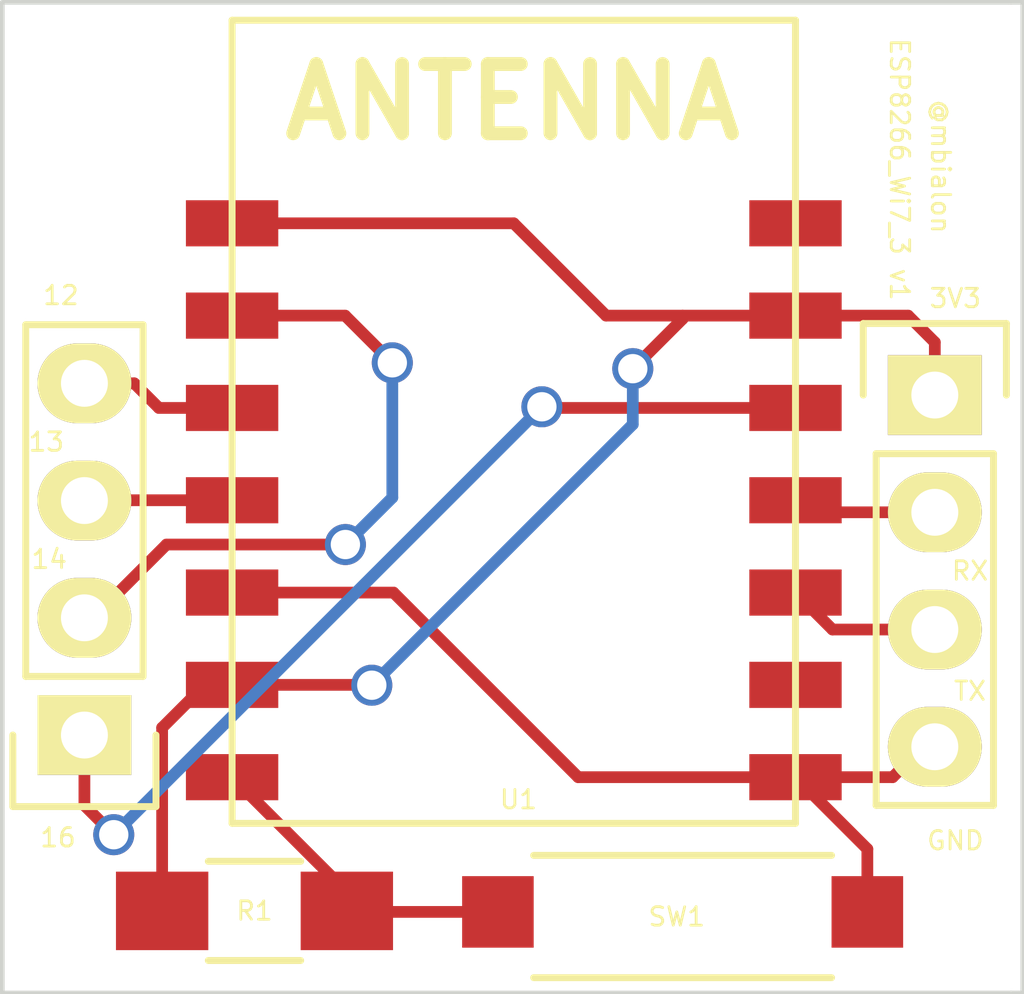
<source format=kicad_pcb>

(kicad_pcb
  (version 4)
  (host pcbnew "(2015-03-25 BZR 5536)-product")
  (general
    (links 15)
    (no_connects 0)
    (area 129.457667 74.736 158.197334 99.341)
    (thickness 1.6)
    (drawings 18)
    (tracks 60)
    (zones 0)
    (modules 5)
    (nets 12))
  (page A4)
  (layers
    (0 F.Cu signal)
    (31 B.Cu signal)
    (32 B.Adhes user hide)
    (33 F.Adhes user hide)
    (34 B.Paste user hide)
    (35 F.Paste user hide)
    (36 B.SilkS user)
    (37 F.SilkS user)
    (38 B.Mask user)
    (39 F.Mask user)
    (40 Dwgs.User user hide)
    (41 Cmts.User user hide)
    (42 Eco1.User user hide)
    (43 Eco2.User user hide)
    (44 Edge.Cuts user)
    (45 Margin user hide)
    (46 B.CrtYd user hide)
    (47 F.CrtYd user hide)
    (48 B.Fab user hide)
    (49 F.Fab user hide))
  (setup
    (last_trace_width 0.254)
    (trace_clearance 0.254)
    (zone_clearance 0.508)
    (zone_45_only no)
    (trace_min 0.254)
    (segment_width 0.2)
    (edge_width 0.1)
    (via_size 0.889)
    (via_drill 0.635)
    (via_min_size 0.889)
    (via_min_drill 0.508)
    (uvia_size 0.508)
    (uvia_drill 0.127)
    (uvias_allowed no)
    (uvia_min_size 0.508)
    (uvia_min_drill 0.127)
    (pcb_text_width 0.3)
    (pcb_text_size 1.5 1.5)
    (mod_edge_width 0.15)
    (mod_text_size 1 1)
    (mod_text_width 0.15)
    (pad_size 2.032 1.7272)
    (pad_drill 1.016)
    (pad_to_mask_clearance 0)
    (aux_axis_origin 0 0)
    (visible_elements FFFFFF7F)
    (pcbplotparams
      (layerselection 0x01030_80000001)
      (usegerberextensions false)
      (excludeedgelayer true)
      (linewidth 0.1)
      (plotframeref false)
      (viasonmask false)
      (mode 1)
      (useauxorigin false)
      (hpglpennumber 1)
      (hpglpenspeed 20)
      (hpglpendiameter 15)
      (hpglpenoverlay 2)
      (psnegative false)
      (psa4output false)
      (plotreference true)
      (plotvalue true)
      (plotinvisibletext false)
      (padsonsilk false)
      (subtractmaskfromsilk false)
      (outputformat 1)
      (mirror false)
      (drillshape 0)
      (scaleselection 1)
      (outputdirectory gerber/)))
  (net 0 "")
  (net 1 GPIO16)
  (net 2 GPIO14)
  (net 3 GPIO13)
  (net 4 GPIO12)
  (net 5 +3V3)
  (net 6 RX)
  (net 7 TX)
  (net 8 GND)
  (net 9 "Net-(R1-Pad2)")
  (net 10 "Net-(U1-Pad2)")
  (net 11 "Net-(U1-Pad7)")
  (net_class Default "This is the default net class."
    (clearance 0.254)
    (trace_width 0.254)
    (via_dia 0.889)
    (via_drill 0.635)
    (uvia_dia 0.508)
    (uvia_drill 0.127)
    (add_net +3V3)
    (add_net GND)
    (add_net GPIO12)
    (add_net GPIO13)
    (add_net GPIO14)
    (add_net GPIO16)
    (add_net "Net-(R1-Pad2)")
    (add_net "Net-(U1-Pad2)")
    (add_net "Net-(U1-Pad7)")
    (add_net RX)
    (add_net TX))
  (module Pin_Headers:Pin_Header_Straight_1x04
    (layer F.Cu)
    (tedit 5517A134)
    (tstamp 5516F26F)
    (at 134.62 92.202 180)
    (descr "Through hole pin header")
    (tags "pin header")
    (path /5516863E)
    (fp_text reference P1
      (at 0 -5.1 180)
      (layer F.SilkS) hide
      (effects
        (font
          (size 1 1)
          (thickness 0.15))))
    (fp_text value CONN_01X04
      (at 0 -3.1 180)
      (layer F.Fab) hide
      (effects
        (font
          (size 1 1)
          (thickness 0.15))))
    (fp_line
      (start -1.75 -1.75)
      (end -1.75 9.4)
      (layer F.CrtYd)
      (width 0.05))
    (fp_line
      (start 1.75 -1.75)
      (end 1.75 9.4)
      (layer F.CrtYd)
      (width 0.05))
    (fp_line
      (start -1.75 -1.75)
      (end 1.75 -1.75)
      (layer F.CrtYd)
      (width 0.05))
    (fp_line
      (start -1.75 9.4)
      (end 1.75 9.4)
      (layer F.CrtYd)
      (width 0.05))
    (fp_line
      (start -1.27 1.27)
      (end -1.27 8.89)
      (layer F.SilkS)
      (width 0.15))
    (fp_line
      (start 1.27 1.27)
      (end 1.27 8.89)
      (layer F.SilkS)
      (width 0.15))
    (fp_line
      (start 1.55 -1.55)
      (end 1.55 0)
      (layer F.SilkS)
      (width 0.15))
    (fp_line
      (start -1.27 8.89)
      (end 1.27 8.89)
      (layer F.SilkS)
      (width 0.15))
    (fp_line
      (start 1.27 1.27)
      (end -1.27 1.27)
      (layer F.SilkS)
      (width 0.15))
    (fp_line
      (start -1.55 0)
      (end -1.55 -1.55)
      (layer F.SilkS)
      (width 0.15))
    (fp_line
      (start -1.55 -1.55)
      (end 1.55 -1.55)
      (layer F.SilkS)
      (width 0.15))
    (pad 1 thru_hole rect
      (at 0 0 180)
      (size 2.032 1.7272)
      (drill 1.016)
      (layers *.Cu *.Mask F.SilkS)
      (net 1 GPIO16))
    (pad 2 thru_hole oval
      (at 0 2.54 180)
      (size 2.032 1.7272)
      (drill 1.016)
      (layers *.Cu *.Mask F.SilkS)
      (net 2 GPIO14))
    (pad 3 thru_hole oval
      (at 0 5.08 180)
      (size 2.032 1.7272)
      (drill 1.016)
      (layers *.Cu *.Mask F.SilkS)
      (net 3 GPIO13))
    (pad 4 thru_hole oval
      (at 0 7.62 180)
      (size 2.032 1.7272)
      (drill 1.016)
      (layers *.Cu *.Mask F.SilkS)
      (net 4 GPIO12))
    (model Pin_Headers.3dshapes/Pin_Header_Straight_1x04.wrl
      (at
        (xyz 0 -0.15 0))
      (scale
        (xyz 1 1 1))
      (rotate
        (xyz 0 0 90))))
  (module Pin_Headers:Pin_Header_Straight_1x04
    (layer F.Cu)
    (tedit 5517A433)
    (tstamp 5516F282)
    (at 153.035 84.836)
    (descr "Through hole pin header")
    (tags "pin header")
    (path /55168666)
    (fp_text reference P2
      (at 0 -5.1)
      (layer F.SilkS) hide
      (effects
        (font
          (size 1 1)
          (thickness 0.15))))
    (fp_text value CONN_01X04
      (at 0 -3.1)
      (layer F.Fab) hide
      (effects
        (font
          (size 1 1)
          (thickness 0.15))))
    (fp_line
      (start -1.75 -1.75)
      (end -1.75 9.4)
      (layer F.CrtYd)
      (width 0.05))
    (fp_line
      (start 1.75 -1.75)
      (end 1.75 9.4)
      (layer F.CrtYd)
      (width 0.05))
    (fp_line
      (start -1.75 -1.75)
      (end 1.75 -1.75)
      (layer F.CrtYd)
      (width 0.05))
    (fp_line
      (start -1.75 9.4)
      (end 1.75 9.4)
      (layer F.CrtYd)
      (width 0.05))
    (fp_line
      (start -1.27 1.27)
      (end -1.27 8.89)
      (layer F.SilkS)
      (width 0.15))
    (fp_line
      (start 1.27 1.27)
      (end 1.27 8.89)
      (layer F.SilkS)
      (width 0.15))
    (fp_line
      (start 1.55 -1.55)
      (end 1.55 0)
      (layer F.SilkS)
      (width 0.15))
    (fp_line
      (start -1.27 8.89)
      (end 1.27 8.89)
      (layer F.SilkS)
      (width 0.15))
    (fp_line
      (start 1.27 1.27)
      (end -1.27 1.27)
      (layer F.SilkS)
      (width 0.15))
    (fp_line
      (start -1.55 0)
      (end -1.55 -1.55)
      (layer F.SilkS)
      (width 0.15))
    (fp_line
      (start -1.55 -1.55)
      (end 1.55 -1.55)
      (layer F.SilkS)
      (width 0.15))
    (pad 1 thru_hole rect
      (at 0 0)
      (size 2.032 1.7272)
      (drill 1.016)
      (layers *.Cu *.Mask F.SilkS)
      (net 5 +3V3))
    (pad 2 thru_hole oval
      (at 0 2.54)
      (size 2.032 1.7272)
      (drill 1.016)
      (layers *.Cu *.Mask F.SilkS)
      (net 6 RX))
    (pad 3 thru_hole oval
      (at 0 5.08)
      (size 2.032 1.7272)
      (drill 1.016)
      (layers *.Cu *.Mask F.SilkS)
      (net 7 TX))
    (pad 4 thru_hole oval
      (at 0 7.62)
      (size 2.032 1.7272)
      (drill 1.016)
      (layers *.Cu *.Mask F.SilkS)
      (net 8 GND))
    (model Pin_Headers.3dshapes/Pin_Header_Straight_1x04.wrl
      (at
        (xyz 0 -0.15 0))
      (scale
        (xyz 1 1 1))
      (rotate
        (xyz 0 0 90))))
  (module Resistors_SMD:R_1206_HandSoldering
    (layer F.Cu)
    (tedit 5517C70A)
    (tstamp 5516F28E)
    (at 138.303 96.012)
    (descr "Resistor SMD 1206, hand soldering")
    (tags "resistor 1206")
    (path /551673E0)
    (attr smd)
    (fp_text reference R1
      (at 0 0)
      (layer F.SilkS)
      (effects
        (font
          (size 0.4 0.4)
          (thickness 0.06))))
    (fp_text value 1k
      (at 0 2.3)
      (layer F.Fab) hide
      (effects
        (font
          (size 1 1)
          (thickness 0.15))))
    (fp_line
      (start -3.3 -1.2)
      (end 3.3 -1.2)
      (layer F.CrtYd)
      (width 0.05))
    (fp_line
      (start -3.3 1.2)
      (end 3.3 1.2)
      (layer F.CrtYd)
      (width 0.05))
    (fp_line
      (start -3.3 -1.2)
      (end -3.3 1.2)
      (layer F.CrtYd)
      (width 0.05))
    (fp_line
      (start 3.3 -1.2)
      (end 3.3 1.2)
      (layer F.CrtYd)
      (width 0.05))
    (fp_line
      (start 1 1.075)
      (end -1 1.075)
      (layer F.SilkS)
      (width 0.15))
    (fp_line
      (start -1 -1.075)
      (end 1 -1.075)
      (layer F.SilkS)
      (width 0.15))
    (pad 1 smd rect
      (at -2 0)
      (size 2 1.7)
      (layers F.Cu F.Paste F.Mask)
      (net 5 +3V3))
    (pad 2 smd rect
      (at 2 0)
      (size 2 1.7)
      (layers F.Cu F.Paste F.Mask)
      (net 9 "Net-(R1-Pad2)"))
    (model Resistors_SMD.3dshapes/R_1206_HandSoldering.wrl
      (at
        (xyz 0 0 0))
      (scale
        (xyz 1 1 1))
      (rotate
        (xyz 0 0 0))))
  (module mbialon:SW_2
    (layer F.Cu)
    (tedit 5517C711)
    (tstamp 5516F29A)
    (at 147.574 94.234 180)
    (descr "C&K Components SPST SMD PTS645 Series 6mm Tact Switch")
    (tags "SPST Button Switch")
    (path /5516740F)
    (fp_text reference SW1
      (at 0.127 -1.905 180)
      (layer F.SilkS)
      (effects
        (font
          (size 0.4 0.4)
          (thickness 0.06))))
    (fp_text value SW_PUSH
      (at 0 -1.2 180)
      (layer F.Fab) hide
      (effects
        (font
          (size 0.8 0.8)
          (thickness 0.15))))
    (fp_line
      (start 5.05 -0.4)
      (end 5.05 -3.4)
      (layer F.CrtYd)
      (width 0.05))
    (fp_line
      (start -5.05 -3.4)
      (end -5.05 -0.4)
      (layer F.CrtYd)
      (width 0.05))
    (fp_line
      (start -5.05 -0.4)
      (end 5.05 -0.4)
      (layer F.CrtYd)
      (width 0.05))
    (fp_line
      (start -5.05 -3.4)
      (end 5.05 -3.4)
      (layer F.CrtYd)
      (width 0.05))
    (fp_line
      (start -3.225 -3.225)
      (end 3.225 -3.225)
      (layer F.SilkS)
      (width 0.15))
    (fp_line
      (start -3.225 -0.575)
      (end 3.225 -0.575)
      (layer F.SilkS)
      (width 0.15))
    (pad 1 smd rect
      (at -4 -1.8 180)
      (size 1.55 1.55)
      (layers F.Cu F.Paste F.Mask)
      (net 8 GND))
    (pad 2 smd rect
      (at 4 -1.8 180)
      (size 1.55 1.55)
      (layers F.Cu F.Paste F.Mask)
      (net 9 "Net-(R1-Pad2)")))
  (module mbialon:ESP8266_Wi07_3
    (layer F.Cu)
    (tedit 5517C735)
    (tstamp 5516F2B0)
    (at 144.018 81.915)
    (path /5516735F)
    (fp_text reference U1
      (at 0 11.684)
      (layer F.SilkS)
      (effects
        (font
          (size 0.4 0.4)
          (thickness 0.06))))
    (fp_text value ESP8266_Wi07-3
      (at -0.2 -6)
      (layer F.Fab) hide
      (effects
        (font
          (size 1 1)
          (thickness 0.15))))
    (fp_line
      (start -6.2 -5.2)
      (end -6.2 12.2)
      (layer F.SilkS)
      (width 0.15))
    (fp_line
      (start 6 -5.2)
      (end -6.2 -5.2)
      (layer F.SilkS)
      (width 0.15))
    (fp_line
      (start 6 12.2)
      (end 6 -5.2)
      (layer F.SilkS)
      (width 0.15))
    (fp_line
      (start -6.2 12.2)
      (end 6 12.2)
      (layer F.SilkS)
      (width 0.15))
    (pad 1 smd rect
      (at 6 11.2)
      (size 2 1)
      (layers F.Cu F.Paste F.Mask)
      (net 8 GND))
    (pad 2 smd rect
      (at 6 9.2)
      (size 2 1)
      (layers F.Cu F.Paste F.Mask)
      (net 10 "Net-(U1-Pad2)"))
    (pad 3 smd rect
      (at 6 7.2)
      (size 2 1)
      (layers F.Cu F.Paste F.Mask)
      (net 7 TX))
    (pad 4 smd rect
      (at 6 5.2)
      (size 2 1)
      (layers F.Cu F.Paste F.Mask)
      (net 6 RX))
    (pad 5 smd rect
      (at 6 3.2)
      (size 2 1)
      (layers F.Cu F.Paste F.Mask)
      (net 1 GPIO16))
    (pad 6 smd rect
      (at 6 1.2)
      (size 2 1)
      (layers F.Cu F.Paste F.Mask)
      (net 5 +3V3))
    (pad 7 smd rect
      (at 6 -0.8)
      (size 2 1)
      (layers F.Cu F.Paste F.Mask)
      (net 11 "Net-(U1-Pad7)"))
    (pad 14 smd rect
      (at -6.2 11.2)
      (size 2 1)
      (layers F.Cu F.Paste F.Mask)
      (net 9 "Net-(R1-Pad2)"))
    (pad 13 smd rect
      (at -6.2 9.2)
      (size 2 1)
      (layers F.Cu F.Paste F.Mask)
      (net 5 +3V3))
    (pad 12 smd rect
      (at -6.2 7.2)
      (size 2 1)
      (layers F.Cu F.Paste F.Mask)
      (net 8 GND))
    (pad 11 smd rect
      (at -6.2 5.2)
      (size 2 1)
      (layers F.Cu F.Paste F.Mask)
      (net 3 GPIO13))
    (pad 10 smd rect
      (at -6.2 3.2)
      (size 2 1)
      (layers F.Cu F.Paste F.Mask)
      (net 4 GPIO12))
    (pad 9 smd rect
      (at -6.2 1.2)
      (size 2 1)
      (layers F.Cu F.Paste F.Mask)
      (net 2 GPIO14))
    (pad 8 smd rect
      (at -6.2 -0.8)
      (size 2 1)
      (layers F.Cu F.Paste F.Mask)
      (net 5 +3V3)))
  (gr_line
    (start 154.94 97.79)
    (end 154.686 97.79)
    (angle 90)
    (layer Edge.Cuts)
    (width 0.1))
  (gr_line
    (start 154.94 87.63)
    (end 154.94 97.79)
    (angle 90)
    (layer Edge.Cuts)
    (width 0.1))
  (gr_line
    (start 154.686 76.327)
    (end 154.94 76.327)
    (angle 90)
    (layer Edge.Cuts)
    (width 0.1))
  (gr_line
    (start 132.842 97.79)
    (end 154.686 97.79)
    (angle 90)
    (layer Edge.Cuts)
    (width 0.1))
  (gr_line
    (start 132.842 76.327)
    (end 132.842 97.79)
    (angle 90)
    (layer Edge.Cuts)
    (width 0.1))
  (gr_line
    (start 154.686 76.327)
    (end 132.842 76.327)
    (angle 90)
    (layer Edge.Cuts)
    (width 0.1))
  (gr_line
    (start 154.94 87.63)
    (end 154.94 76.327)
    (angle 90)
    (layer Edge.Cuts)
    (width 0.1))
  (gr_text @mbialon
    (at 153.162 79.883 270)
    (layer F.SilkS)
    (tstamp 5517A7D9)
    (effects
      (font
        (size 0.4 0.4)
        (thickness 0.06))))
  (gr_text "ESP8266_Wi7_3 v1"
    (at 152.273 79.9465 270)
    (layer F.SilkS)
    (effects
      (font
        (size 0.4 0.4)
        (thickness 0.06))))
  (gr_text 16
    (at 134.0485 94.4245)
    (layer F.SilkS)
    (tstamp 5517A3A3)
    (effects
      (font
        (size 0.4 0.4)
        (thickness 0.06))))
  (gr_text 14
    (at 133.858 88.392)
    (layer F.SilkS)
    (tstamp 5517A3A1)
    (effects
      (font
        (size 0.4 0.4)
        (thickness 0.06))))
  (gr_text 13
    (at 133.7945 85.852)
    (layer F.SilkS)
    (tstamp 5517A39F)
    (effects
      (font
        (size 0.4 0.4)
        (thickness 0.06))))
  (gr_text 12
    (at 134.112 82.677)
    (layer F.SilkS)
    (tstamp 5517A399)
    (effects
      (font
        (size 0.4 0.4)
        (thickness 0.06))))
  (gr_text GND
    (at 153.4795 94.488)
    (layer F.SilkS)
    (tstamp 5517A384)
    (effects
      (font
        (size 0.4 0.4)
        (thickness 0.06))))
  (gr_text TX
    (at 153.797 91.2495)
    (layer F.SilkS)
    (tstamp 5517A366)
    (effects
      (font
        (size 0.4 0.4)
        (thickness 0.06))))
  (gr_text RX
    (at 153.797 88.646)
    (layer F.SilkS)
    (tstamp 5517A35A)
    (effects
      (font
        (size 0.4 0.4)
        (thickness 0.06))))
  (gr_text 3V3
    (at 153.4795 82.7405)
    (layer F.SilkS)
    (effects
      (font
        (size 0.4 0.4)
        (thickness 0.06))))
  (gr_text ANTENNA
    (at 143.891 78.486)
    (layer F.SilkS)
    (effects
      (font
        (size 1.5 1.5)
        (thickness 0.3))))
  (via
    (at 144.526 85.09)
    (size 0.889)
    (layers F.Cu B.Cu)
    (net 1))
  (via
    (at 135.255 94.361)
    (size 0.889)
    (layers F.Cu B.Cu)
    (net 1))
  (via
    (at 141.2875 84.1375)
    (size 0.889)
    (layers F.Cu B.Cu)
    (net 2))
  (via
    (at 140.2715 88.0745)
    (size 0.889)
    (layers F.Cu B.Cu)
    (net 2))
  (via
    (at 146.4945 84.2645)
    (size 0.889)
    (layers F.Cu B.Cu)
    (net 5))
  (via
    (at 140.843 91.1225)
    (size 0.889)
    (layers F.Cu B.Cu)
    (net 5))
  (segment
    (start 134.62 93.726)
    (end 135.255 94.361)
    (width 0.254)
    (layer F.Cu)
    (net 1)
    (tstamp 55194BF1))
  (segment
    (start 135.255 94.361)
    (end 144.526 85.09)
    (width 0.254)
    (layer B.Cu)
    (net 1)
    (tstamp 55194BF4))
  (segment
    (start 134.62 92.202)
    (end 134.62 93.726)
    (width 0.254)
    (layer F.Cu)
    (net 1))
  (segment
    (start 144.551 85.115)
    (end 150.018 85.115)
    (width 0.254)
    (layer F.Cu)
    (net 1)
    (tstamp 55194C08))
  (segment
    (start 144.526 85.09)
    (end 144.551 85.115)
    (width 0.254)
    (layer F.Cu)
    (net 1)
    (tstamp 55194C07))
  (segment
    (start 149.567 84.963)
    (end 149.51 85.02)
    (width 0.254)
    (layer F.Cu)
    (net 1)
    (tstamp 5516F583)
    (status 30))
  (segment
    (start 134.62 89.662)
    (end 134.8105 89.662)
    (width 0.254)
    (layer F.Cu)
    (net 2))
  (segment
    (start 134.8105 89.662)
    (end 136.398 88.0745)
    (width 0.254)
    (layer F.Cu)
    (net 2)
    (tstamp 55194BAF))
  (segment
    (start 140.265 83.115)
    (end 137.818 83.115)
    (width 0.254)
    (layer F.Cu)
    (net 2)
    (tstamp 55194BBA))
  (segment
    (start 141.2875 84.1375)
    (end 140.265 83.115)
    (width 0.254)
    (layer F.Cu)
    (net 2)
    (tstamp 55194BB9))
  (segment
    (start 141.2875 87.0585)
    (end 141.2875 84.1375)
    (width 0.254)
    (layer B.Cu)
    (net 2)
    (tstamp 55194BB5))
  (segment
    (start 140.2715 88.0745)
    (end 141.2875 87.0585)
    (width 0.254)
    (layer B.Cu)
    (net 2)
    (tstamp 55194BB4))
  (segment
    (start 136.398 88.0745)
    (end 140.2715 88.0745)
    (width 0.254)
    (layer F.Cu)
    (net 2)
    (tstamp 55194BB0))
  (segment
    (start 134.62 89.662)
    (end 134.747 89.662)
    (width 0.254)
    (layer F.Cu)
    (net 2))
  (segment
    (start 137.818 87.115)
    (end 134.627 87.115)
    (width 0.254)
    (layer F.Cu)
    (net 3))
  (segment
    (start 134.627 87.115)
    (end 134.62 87.122)
    (width 0.254)
    (layer F.Cu)
    (net 3)
    (tstamp 55194ACD))
  (segment
    (start 134.62 84.582)
    (end 135.6995 84.582)
    (width 0.254)
    (layer F.Cu)
    (net 4))
  (segment
    (start 136.2325 85.115)
    (end 137.818 85.115)
    (width 0.254)
    (layer F.Cu)
    (net 4)
    (tstamp 55194B2C))
  (segment
    (start 135.6995 84.582)
    (end 136.2325 85.115)
    (width 0.254)
    (layer F.Cu)
    (net 4)
    (tstamp 55194B2B))
  (segment
    (start 134.62 84.582)
    (end 135.382 84.582)
    (width 0.254)
    (layer F.Cu)
    (net 4))
  (segment
    (start 137.818 91.115)
    (end 140.8355 91.115)
    (width 0.254)
    (layer F.Cu)
    (net 5))
  (segment
    (start 147.574 83.185)
    (end 147.574 83.115)
    (width 0.254)
    (layer F.Cu)
    (net 5)
    (tstamp 55194C14))
  (segment
    (start 146.4945 84.2645)
    (end 147.574 83.185)
    (width 0.254)
    (layer F.Cu)
    (net 5)
    (tstamp 55194C13))
  (segment
    (start 146.4945 85.471)
    (end 146.4945 84.2645)
    (width 0.254)
    (layer B.Cu)
    (net 5)
    (tstamp 55194C0E))
  (segment
    (start 140.843 91.1225)
    (end 146.4945 85.471)
    (width 0.254)
    (layer B.Cu)
    (net 5)
    (tstamp 55194C0D))
  (segment
    (start 140.8355 91.115)
    (end 140.843 91.1225)
    (width 0.254)
    (layer F.Cu)
    (net 5)
    (tstamp 55194C0B))
  (segment
    (start 137.818 81.115)
    (end 143.9165 81.115)
    (width 0.254)
    (layer F.Cu)
    (net 5))
  (segment
    (start 143.9165 81.115)
    (end 145.9165 83.115)
    (width 0.254)
    (layer F.Cu)
    (net 5)
    (tstamp 55194BFB))
  (segment
    (start 145.9165 83.115)
    (end 147.574 83.115)
    (width 0.254)
    (layer F.Cu)
    (net 5)
    (tstamp 55194BFD))
  (segment
    (start 147.574 83.115)
    (end 150.018 83.115)
    (width 0.254)
    (layer F.Cu)
    (net 5)
    (tstamp 55194C17))
  (segment
    (start 136.303 96.012)
    (end 136.303 92.043)
    (width 0.254)
    (layer F.Cu)
    (net 5))
  (segment
    (start 136.303 92.043)
    (end 137.231 91.115)
    (width 0.254)
    (layer F.Cu)
    (net 5)
    (tstamp 55194BED))
  (segment
    (start 137.231 91.115)
    (end 137.818 91.115)
    (width 0.254)
    (layer F.Cu)
    (net 5)
    (tstamp 55194BEE))
  (segment
    (start 153.035 84.836)
    (end 153.035 83.693)
    (width 0.254)
    (layer F.Cu)
    (net 5))
  (segment
    (start 152.457 83.115)
    (end 150.018 83.115)
    (width 0.254)
    (layer F.Cu)
    (net 5)
    (tstamp 55194BC7))
  (segment
    (start 153.035 83.693)
    (end 152.457 83.115)
    (width 0.254)
    (layer F.Cu)
    (net 5)
    (tstamp 55194BC6))
  (segment
    (start 153.035 87.376)
    (end 150.279 87.376)
    (width 0.254)
    (layer F.Cu)
    (net 6))
  (segment
    (start 150.279 87.376)
    (end 150.018 87.115)
    (width 0.254)
    (layer F.Cu)
    (net 6)
    (tstamp 55194ABD))
  (segment
    (start 153.035 87.63)
    (end 152.654 87.63)
    (width 0.254)
    (layer F.Cu)
    (net 6))
  (segment
    (start 153.035 89.916)
    (end 150.819 89.916)
    (width 0.254)
    (layer F.Cu)
    (net 7))
  (segment
    (start 150.819 89.916)
    (end 150.018 89.115)
    (width 0.254)
    (layer F.Cu)
    (net 7)
    (tstamp 55194AC0))
  (segment
    (start 153.035 90.17)
    (end 152.4 90.17)
    (width 0.254)
    (layer F.Cu)
    (net 7))
  (segment
    (start 137.818 89.115)
    (end 141.312 89.115)
    (width 0.254)
    (layer F.Cu)
    (net 8))
  (segment
    (start 145.312 93.115)
    (end 150.018 93.115)
    (width 0.254)
    (layer F.Cu)
    (net 8)
    (tstamp 55194BD9))
  (segment
    (start 141.312 89.115)
    (end 145.312 93.115)
    (width 0.254)
    (layer F.Cu)
    (net 8)
    (tstamp 55194BD7))
  (segment
    (start 153.035 92.456)
    (end 152.781 92.456)
    (width 0.254)
    (layer F.Cu)
    (net 8))
  (segment
    (start 152.781 92.456)
    (end 152.122 93.115)
    (width 0.254)
    (layer F.Cu)
    (net 8)
    (tstamp 55194BD3))
  (segment
    (start 152.122 93.115)
    (end 150.018 93.115)
    (width 0.254)
    (layer F.Cu)
    (net 8)
    (tstamp 55194BD4))
  (segment
    (start 151.574 96.034)
    (end 151.574 94.671)
    (width 0.254)
    (layer F.Cu)
    (net 8))
  (segment
    (start 151.574 94.671)
    (end 150.018 93.115)
    (width 0.254)
    (layer F.Cu)
    (net 8)
    (tstamp 55194BCF))
  (segment
    (start 140.303 96.012)
    (end 140.303 95.6)
    (width 0.254)
    (layer F.Cu)
    (net 9))
  (segment
    (start 140.303 95.6)
    (end 137.818 93.115)
    (width 0.254)
    (layer F.Cu)
    (net 9)
    (tstamp 55194BDD))
  (segment
    (start 143.574 96.034)
    (end 140.325 96.034)
    (width 0.254)
    (layer F.Cu)
    (net 9))
  (segment
    (start 140.325 96.034)
    (end 140.303 96.012)
    (width 0.254)
    (layer F.Cu)
    (net 9)
    (tstamp 55194A2D)))
</source>
